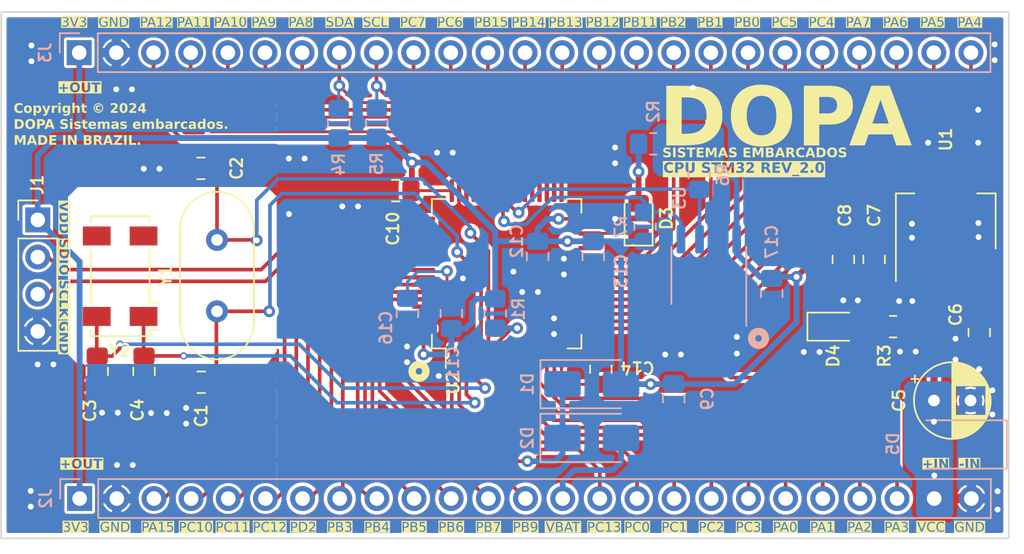
<source format=kicad_pcb>
(kicad_pcb (version 20221018) (generator pcbnew)
  (layers (0 "F.Cu" jumper) (31 "B.Cu" signal) (34 "B.Paste" user) (35 "F.Paste" user) (36 "B.SilkS" user "B.Silkscreen") (37 "F.SilkS" user "F.Silkscreen") (38 "B.Mask" user) (39 "F.Mask" user) (44 "Edge.Cuts" user))
  (net 0 "")
  (net 1 "GND")
  (net 2 "OSC1")
  (net 3 "OSC2")
  (net 4 "RTC1")
  (net 5 "RTC2")
  (net 6 "VCC")
  (net 7 "VDD")
  (net 8 "/Mcu/NRST")
  (net 9 "Net-(U2-PB8)")
  (net 10 "VDDBAT")
  (net 11 "VBT1")
  (net 12 "/Mcu/LED_ON")
  (net 13 "Net-(D3-A)")
  (net 14 "Net-(D4-A)")
  (net 15 "/Mcu/SWDIO")
  (net 16 "/Mcu/SWCLK")
  (net 17 "/Mcu/PA15")
  (net 18 "/Mcu/PC10")
  (net 19 "/Mcu/PC11")
  (net 20 "/Mcu/PC12")
  (net 21 "/Mcu/PD2")
  (net 22 "/Mcu/PB3")
  (net 23 "/Mcu/PB4")
  (net 24 "/Mcu/PB5")
  (net 25 "/Mcu/PB6")
  (net 26 "/Mcu/PB7")
  (net 27 "/Mcu/PB9")
  (net 28 "/Mcu/PC13")
  (net 29 "/Mcu/PC0")
  (net 30 "/Mcu/PC1")
  (net 31 "/Mcu/PC2")
  (net 32 "/Mcu/PC3")
  (net 33 "/Mcu/PA0")
  (net 34 "/Mcu/PA1")
  (net 35 "/Mcu/PA2")
  (net 36 "/Mcu/PA3")
  (net 37 "/Mcu/PA12")
  (net 38 "/Mcu/PA11")
  (net 39 "/Mcu/PA10")
  (net 40 "/Mcu/PA9")
  (net 41 "/Mcu/PA8")
  (net 42 "SDA")
  (net 43 "SCL")
  (net 44 "/Mcu/PC7")
  (net 45 "/Mcu/PC6")
  (net 46 "/Mcu/PB15")
  (net 47 "/Mcu/PB14")
  (net 48 "/Mcu/PB13")
  (net 49 "/Mcu/PB12")
  (net 50 "/Mcu/PB11")
  (net 51 "/Mcu/PB2")
  (net 52 "/Mcu/PB1")
  (net 53 "/Mcu/PB0")
  (net 54 "/Mcu/PC5")
  (net 55 "/Mcu/PC4")
  (net 56 "/Mcu/PA7")
  (net 57 "/Mcu/PA6")
  (net 58 "/Mcu/PA5")
  (net 59 "/Mcu/PA4")
  (footprint "Capacitor_SMD:C_0805_2012Metric_Pad1.18x1.45mm_HandSolder" (layer "F.Cu") (at 171.58 103.32 90)
    (fp_text reference "C8")
    (fp_text value "100nF")
  )
  (footprint "Capacitor_SMD:C_0805_2012Metric_Pad1.18x1.45mm_HandSolder" (layer "F.Cu") (at 127.6625 97.1)
    (fp_text reference "C2")
    (fp_text value "12pF")
  )
  (footprint "Capacitor_SMD:C_0805_2012Metric_Pad1.18x1.45mm_HandSolder" (layer "F.Cu") (at 140.98 98.62)
    (fp_text reference "C10")
    (fp_text value "100nF")
  )
  (footprint "Capacitor_THT:CP_Radial_D5.0mm_P2.50mm" (layer "F.Cu") (at 177.774888 112.97)
    (fp_text reference "C5")
    (fp_text value "220x16")
  )
  (footprint "Autoban:Crystal_SMD_Abracon_ABS25 Vertical" (layer "F.Cu") (at 122.14 104.47 180)
    (fp_text reference "Y2")
    (fp_text value "CRYSTAL ABS25")
  )
  (footprint "LED_SMD:LED_0805_2012Metric_Pad1.15x1.40mm_HandSolder" (layer "F.Cu") (at 157.58 100.52 90)
    (fp_text reference "D3")
    (fp_text value "LED")
  )
  (footprint "LED_SMD:LED_0805_2012Metric_Pad1.15x1.40mm_HandSolder" (layer "F.Cu") (at 170.98 107.92)
    (fp_text reference "D4")
    (fp_text value "LED")
  )
  (footprint "Crystal:Crystal_HC49-4H_Vertical" (layer "F.Cu") (at 128.76 106.87 90)
    (fp_text reference "Y1")
    (fp_text value "25Mhz")
  )
  (footprint "Capacitor_SMD:C_0805_2012Metric_Pad1.18x1.45mm_HandSolder" (layer "F.Cu") (at 123.77 110.97 90)
    (fp_text reference "C3")
    (fp_text value "4.3pF")
  )
  (footprint "Capacitor_SMD:C_0805_2012Metric_Pad1.18x1.45mm_HandSolder" (layer "F.Cu") (at 155 110.825 -90)
    (fp_text reference "C14")
    (fp_text value "100nF")
  )
  (footprint "Capacitor_SMD:C_0805_2012Metric_Pad1.18x1.45mm_HandSolder" (layer "F.Cu") (at 120.57 110.97 90)
    (fp_text reference "C4")
    (fp_text value "4.3pF")
  )
  (footprint "Capacitor_SMD:C_0805_2012Metric_Pad1.18x1.45mm_HandSolder" (layer "F.Cu") (at 173.68 103.32 90)
    (fp_text reference "C7")
    (fp_text value "10uF")
  )
  (footprint "Capacitor_SMD:C_0805_2012Metric_Pad1.18x1.45mm_HandSolder" (layer "F.Cu") (at 180.87 108.32 90)
    (fp_text reference "C6")
    (fp_text value "100nF")
  )
  (footprint "Package_TO_SOT_SMD:SOT-223-3_TabPin2" (layer "F.Cu") (at 178.58 100.72 90)
    (fp_text reference "U1")
    (fp_text value "LM1117MP-3.3")
  )
  (footprint "Connector_PinHeader_2.54mm:PinHeader_1x04_P2.54mm_Vertical" (layer "F.Cu") (at 116.505 100.62)
    (fp_text reference "J1")
    (fp_text value "GRAV")
  )
  (footprint "Resistor_SMD:R_0805_2012Metric_Pad1.20x1.40mm_HandSolder" (layer "F.Cu") (at 174.98 107.92 180)
    (fp_text reference "R3")
    (fp_text value "470R")
  )
  (footprint "Package_QFP:LQFP-64_10x10mm_P0.5mm" (layer "F.Cu") (at 148.56 104.3 90)
    (fp_text reference "U2")
    (fp_text value "STM32G431RBTx")
  )
  (footprint "Capacitor_SMD:C_0805_2012Metric_Pad1.18x1.45mm_HandSolder" (layer "F.Cu") (at 127.68 111.72)
    (fp_text reference "C1")
    (fp_text value "12pF")
  )
  (footprint "Capacitor_SMD:C_0805_2012Metric_Pad1.18x1.45mm_HandSolder" (layer "B.Cu") (at 144.78 107.02 -90)
    (fp_text reference "C11")
    (fp_text value "100nF")
  )
  (footprint "Diode_SMD:D_SMA" (layer "B.Cu") (at 154.38 111.85)
    (fp_text reference "D1")
    (fp_text value "US1M")
  )
  (footprint "Package_SO:SOIC-8_3.9x4.9mm_P1.27mm" (layer "B.Cu") (at 162.38 104.42 90)
    (fp_text reference "U3")
    (fp_text value "24LC64")
  )
  (footprint "Resistor_SMD:R_0805_2012Metric_Pad1.20x1.40mm_HandSolder" (layer "B.Cu") (at 137.08 94.02 -90)
    (fp_text reference "R4")
    (fp_text value "4k7")
  )
  (footprint "Capacitor_SMD:C_0805_2012Metric_Pad1.18x1.45mm_HandSolder" (layer "B.Cu") (at 150.68 103.12 90)
    (fp_text reference "C12")
    (fp_text value "100nF")
  )
  (footprint "Connector_PinHeader_2.54mm:PinHeader_1x25_P2.54mm_Vertical" (layer "B.Cu") (at 119.37 119.67 -90)
    (fp_text reference "J2")
    (fp_text value "LADO ESQ")
  )
  (footprint "Diode_SMD:D_SMA" (layer "B.Cu") (at 154.375 115.525)
    (fp_text reference "D2")
    (fp_text value "US1M")
  )
  (footprint "Capacitor_SMD:C_0805_2012Metric_Pad1.18x1.45mm_HandSolder" (layer "B.Cu") (at 159.98 112.85 90)
    (fp_text reference "C9")
    (fp_text value "10uF")
  )
  (footprint "Connector_PinHeader_2.54mm:PinHeader_1x25_P2.54mm_Vertical" (layer "B.Cu") (at 119.34 89.19 -90)
    (fp_text reference "J3")
    (fp_text value "LADO DIR")
  )
  (footprint "Capacitor_SMD:C_0805_2012Metric_Pad1.18x1.45mm_HandSolder" (layer "B.Cu") (at 166.68 105.6575 90)
    (fp_text reference "C17")
    (fp_text value "100nF")
  )
  (footprint "Resistor_SMD:R_0805_2012Metric_Pad1.20x1.40mm_HandSolder" (layer "B.Cu") (at 158.02 101.095 -90)
    (fp_text reference "R7")
    (fp_text value "4k7")
  )
  (footprint "Capacitor_SMD:C_0805_2012Metric_Pad1.18x1.45mm_HandSolder" (layer "B.Cu") (at 141.78 107.02 90)
    (fp_text reference "C16")
    (fp_text value "100nF")
  )
  (footprint "Diode_SMD:D_SMA" (layer "B.Cu") (at 179.24 115.97 180)
    (fp_text reference "D5")
    (fp_text value "SMAJ6.5CA")
  )
  (footprint "Resistor_SMD:R_0805_2012Metric_Pad1.20x1.40mm_HandSolder" (layer "B.Cu") (at 139.68 93.98 -90)
    (fp_text reference "R5")
    (fp_text value "4k7")
  )
  (footprint "Resistor_SMD:R_0805_2012Metric_Pad1.20x1.40mm_HandSolder" (layer "B.Cu") (at 161.72 97.545 90)
    (fp_text reference "R6")
    (fp_text value "4k7")
  )
  (footprint "Capacitor_SMD:C_0805_2012Metric_Pad1.18x1.45mm_HandSolder" (layer "B.Cu") (at 154.48 103.12 90)
    (fp_text reference "C13")
    (fp_text value "100nF")
  )
  (footprint "Resistor_SMD:R_0805_2012Metric_Pad1.20x1.40mm_HandSolder" (layer "B.Cu") (at 158.58 95.42 180)
    (fp_text reference "R2")
    (fp_text value "470R")
  )
  (footprint "Resistor_SMD:R_0805_2012Metric_Pad1.20x1.40mm_HandSolder" (layer "B.Cu") (at 147.78 107.02 90)
    (fp_text reference "R1")
    (fp_text value "10k")
  )
  (gr_circle (center 165.78 108.72) (end 165.68 108.52) (stroke (width 0.5)) (fill none) (layer "B.SilkS"))
  (gr_circle (center 142.57 110.97) (end 142.793607 110.97) (stroke (width 0.5)) (fill none) (layer "F.SilkS"))
  (gr_line (start 182.88 86.4) (end 182.88 122.39) (stroke (width 0.1)) (layer "Edge.Cuts"))
  (gr_line (start 114.01 86.41) (end 182.88 86.4) (stroke (width 0.1)) (layer "Edge.Cuts"))
  (gr_line (start 182.88 122.39) (end 114 122.39) (stroke (width 0.1)) (layer "Edge.Cuts"))
  (gr_line (start 114 122.39) (end 114.01 86.41) (stroke (width 0.1)) (layer "Edge.Cuts"))
  (gr_text " PA12\n" (at 123.19 87.52) (layer "F.SilkS" knockout) (effects (font (size 0.65 0.65)) (justify left bottom)))
  (gr_text "3V3" (at 118.11 87.52) (layer "F.SilkS" knockout) (effects (font (size 0.65 0.65)) (justify left bottom)))
  (gr_text "VBAT" (at 151.225 122.045) (layer "F.SilkS" knockout) (effects (font (size 0.65 0.65)) (justify left bottom)))
  (gr_text " PB6" (at 143.595 122.045) (layer "F.SilkS" knockout) (effects (font (size 0.65 0.65)) (justify left bottom)))
  (gr_text "DOPA" (at 158.96 96.21) (layer "F.SilkS") (effects (font (size 4 4) (thickness 0.15) bold) (justify left bottom)))
  (gr_text " PC13" (at 153.765 122.045) (layer "F.SilkS" knockout) (effects (font (size 0.65 0.65)) (justify left bottom)))
  (gr_text " PA1" (at 169.005 122.045) (layer "F.SilkS" knockout) (effects (font (size 0.65 0.65)) (justify left bottom)))
  (gr_text " PB15" (at 146.05 87.52) (layer "F.SilkS" knockout) (effects (font (size 0.65 0.65)) (justify left bottom)))
  (gr_text "SDIO" (at 117.88 101.9 270) (layer "F.SilkS" knockout) (effects (font (size 0.65 0.65) (thickness 0.15) bold) (justify left bottom)))
  (gr_text "+OUT" (at 118.025 117.725) (layer "F.SilkS" knockout) (effects (font (size 0.65 0.65) (thickness 0.15) bold) (justify left bottom)))
  (gr_text " PA2\n" (at 171.545 122.045) (layer "F.SilkS" knockout) (effects (font (size 0.65 0.65)) (justify left bottom)))
  (gr_text " PC0" (at 156.305 122.045) (layer "F.SilkS" knockout) (effects (font (size 0.65 0.65)) (justify left bottom)))
  (gr_text " PA5" (at 176.53 87.52) (layer "F.SilkS" knockout) (effects (font (size 0.65 0.65)) (justify left bottom)))
  (gr_text " PA0" (at 166.465 122.045) (layer "F.SilkS" knockout) (effects (font (size 0.65 0.65)) (justify left bottom)))
  (gr_text "VCC" (at 176.625 122.045) (layer "F.SilkS" knockout) (effects (font (size 0.65 0.65)) (justify left bottom)))
  (gr_text " PD2" (at 133.445 122.045) (layer "F.SilkS" knockout) (effects (font (size 0.65 0.65)) (justify left bottom)))
  (gr_text " PA8" (at 133.35 87.52) (layer "F.SilkS" knockout) (effects (font (size 0.65 0.65)) (justify left bottom)))
  (gr_text "VDD" (at 117.88 99.37 270) (layer "F.SilkS" knockout) (effects (font (size 0.65 0.65) (thickness 0.15) bold) (justify left bottom)))
  (gr_text " PA7" (at 171.45 87.52) (layer "F.SilkS" knockout) (effects (font (size 0.65 0.65)) (justify left bottom)))
  (gr_text " PA15\n" (at 123.285 122.045) (layer "F.SilkS" knockout) (effects (font (size 0.65 0.65)) (justify left bottom)))
  (gr_text " PB1" (at 161.29 87.52) (layer "F.SilkS" knockout) (effects (font (size 0.65 0.65)) (justify left bottom)))
  (gr_text " PC5" (at 166.37 87.52) (layer "F.SilkS" knockout) (effects (font (size 0.65 0.65)) (justify left bottom)))
  (gr_text " PA3\n" (at 174.085 122.045) (layer "F.SilkS" knockout) (effects (font (size 0.65 0.65)) (justify left bottom)))
  (gr_text "SCLK" (at 117.88 104.72 270) (layer "F.SilkS" knockout) (effects (font (size 0.65 0.65) (thickness 0.15) bold) (justify left bottom)))
  (gr_text " PA4" (at 179.07 87.52) (layer "F.SilkS" knockout) (effects (font (size 0.65 0.65)) (justify left bottom)))
  (gr_text " PB9" (at 148.685 122.045) (layer "F.SilkS" knockout) (effects (font (size 0.65 0.65)) (justify left bottom)))
  (gr_text " PB12" (at 153.67 87.52) (layer "F.SilkS" knockout) (effects (font (size 0.65 0.65)) (justify left bottom)))
  (gr_text " PC2" (at 161.385 122.045) (layer "F.SilkS" knockout) (effects (font (size 0.65 0.65)) (justify left bottom)))
  (gr_text " PB7" (at 146.145 122.045) (layer "F.SilkS" knockout) (effects (font (size 0.65 0.65)) (justify left bottom)))
  (gr_text " PA6" (at 173.99 87.52) (layer "F.SilkS" knockout) (effects (font (size 0.65 0.65)) (justify left bottom)))
  (gr_text "SISTEMAS EMBARCADOS" (at 159.2 96.45) (layer "F.SilkS") (effects (font (size 0.65 0.65) (thickness 0.125) bold) (justify left bottom)))
  (gr_text "-IN" (at 179.47 117.73) (layer "F.SilkS" knockout) (effects (font (size 0.65 0.65) (thickness 0.15) bold) (justify left bottom)))
  (gr_text " PB4" (at 138.525 122.045) (layer "F.SilkS" knockout) (effects (font (size 0.65 0.65)) (justify left bottom)))
  (gr_text "GND" (at 120.745 122.045) (layer "F.SilkS" knockout) (effects (font (size 0.65 0.65)) (justify left bottom)))
  (gr_text " PC6" (at 143.51 87.52) (layer "F.SilkS" knockout) (effects (font (size 0.65 0.65)) (justify left bottom)))
  (gr_text "GND" (at 117.88 107.52 270) (layer "F.SilkS" knockout) (effects (font (size 0.65 0.65) (thickness 0.15) bold) (justify left bottom)))
  (gr_text " PC1" (at 158.845 122.045) (layer "F.SilkS" knockout) (effects (font (size 0.65 0.65)) (justify left bottom)))
  (gr_text " SDA" (at 135.89 87.52) (layer "F.SilkS" knockout) (effects (font (size 0.65 0.65)) (justify left bottom)))
  (gr_text " PB2" (at 158.75 87.52) (layer "F.SilkS" knockout) (effects (font (size 0.65 0.65)) (justify left bottom)))
  (gr_text " SCL" (at 138.43 87.52) (layer "F.SilkS" knockout) (effects (font (size 0.65 0.65)) (justify left bottom)))
  (gr_text " PC7" (at 140.97 87.52) (layer "F.SilkS" knockout) (effects (font (size 0.65 0.65)) (justify left bottom)))
  (gr_text " PB0" (at 163.83 87.52) (layer "F.SilkS" knockout) (effects (font (size 0.65 0.65)) (justify left bottom)))
  (gr_text "GND" (at 179.165 122.045) (layer "F.SilkS" knockout) (effects (font (size 0.65 0.65)) (justify left bottom)))
  (gr_text " PB14" (at 148.59 87.52) (layer "F.SilkS" knockout) (effects (font (size 0.65 0.65)) (justify left bottom)))
  (gr_text " PC12" (at 130.905 122.045) (layer "F.SilkS" knockout) (effects (font (size 0.65 0.65)) (justify left bottom)))
  (gr_text "CPU STM32 REV_2.0\n" (at 159.27 97.52) (layer "F.SilkS" knockout) (effects (font (size 0.7 0.7) (thickness 0.15) bold) (justify left bottom)))
  (gr_text " PB5" (at 141.065 122.045) (layer "F.SilkS" knockout) (effects (font (size 0.65 0.65)) (justify left bottom)))
  (gr_text " PB13" (at 151.13 87.52) (layer "F.SilkS" knockout) (effects (font (size 0.65 0.65)) (justify left bottom)))
  (gr_text " PC4" (at 168.91 87.52) (layer "F.SilkS" knockout) (effects (font (size 0.65 0.65)) (justify left bottom)))
  (gr_text " PC11" (at 128.365 122.045) (layer "F.SilkS" knockout) (effects (font (size 0.65 0.65)) (justify left bottom)))
  (gr_text " PB11" (at 156.21 87.52) (layer "F.SilkS" knockout) (effects (font (size 0.65 0.65)) (justify left bottom)))
  (gr_text "GND" (at 120.65 87.52) (layer "F.SilkS" knockout) (effects (font (size 0.65 0.65)) (justify left bottom)))
  (gr_text "+OUT" (at 117.9 92) (layer "F.SilkS" knockout) (effects (font (size 0.65 0.65) (thickness 0.15) bold) (justify left bottom)))
  (gr_text "3V3\n" (at 118.205 122.045) (layer "F.SilkS" knockout) (effects (font (size 0.65 0.65)) (justify left bottom)))
  (gr_text "+IN" (at 176.96 117.73) (layer "F.SilkS" knockout) (effects (font (size 0.65 0.65) (thickness 0.15) bold) (justify left bottom)))
  (gr_text " PA9" (at 130.81 87.52) (layer "F.SilkS" knockout) (effects (font (size 0.65 0.65)) (justify left bottom)))
  (gr_text " PA10\n" (at 128.25 87.52) (layer "F.SilkS" knockout) (effects (font (size 0.65 0.65)) (justify left bottom)))
  (gr_text " PC3" (at 163.925 122.045) (layer "F.SilkS" knockout) (effects (font (size 0.65 0.65)) (justify left bottom)))
  (gr_text " PC10\n" (at 125.845 122.045) (layer "F.SilkS" knockout) (effects (font (size 0.65 0.65)) (justify left bottom)))
  (gr_text " PA11	" (at 125.73 87.52) (layer "F.SilkS" knockout) (effects (font (size 0.65 0.65)) (justify left bottom)))
  (gr_text "Copyright © 2024\nDOPA Sistemas embarcados.\nMADE IN BRAZIL. " (at 114.85 95.6) (layer "F.SilkS") (effects (font (size 0.65 0.65) (thickness 0.15) bold) (justify left bottom)))
  (gr_text " PB3" (at 135.985 122.045) (layer "F.SilkS" knockout) (effects (font (size 0.65 0.65)) (justify left bottom)))
  (via (at 176.27 101.845) (size 0.8) (drill 0.4) (layers "F.Cu" "B.Cu") (net 1))
  (via (at 175.395 106.17) (size 0.8) (drill 0.4) (layers "F.Cu" "B.Cu") (net 1))
  (via (at 155.975 96.75) (size 0.8) (drill 0.4) (layers "F.Cu" "B.Cu") (net 1))
  (via (at 155.975 95.675) (size 0.8) (drill 0.4) (layers "F.Cu" "B.Cu") (net 1))
  (via (at 180.82 101.795) (size 0.8) (drill 0.4) (layers "F.Cu" "B.Cu") (net 1))
  (via (at 168.875 109.65) (size 0.8) (drill 0.4) (layers "F.Cu" "B.Cu") (net 1))
  (via (at 182.12 119.17) (size 0.8) (drill 0.4) (layers "F.Cu" "B.Cu") (net 1))
  (via (at 150.7 105.55) (size 0.8) (drill 0.4) (layers "F.Cu" "B.Cu") (net 1))
  (via (at 141.75 110.35) (size 0.8) (drill 0.4) (layers "F.Cu" "B.Cu") (net 1))
  (via (at 182.12 120.42) (size 0.8) (drill 0.4) (layers "F.Cu" "B.Cu") (net 1))
  (via (at 161.295 91.595) (size 0.8) (drill 0.4) (layers "F.Cu" "B.Cu") (net 1))
  (via (at 176.295 106.17) (size 0.8) (drill 0.4) (layers "F.Cu" "B.Cu") (net 1))
  (via (at 159.4 109.825) (size 0.8) (drill 0.4) (layers "F.Cu" "B.Cu") (net 1))
  (via (at 125.325 113.825) (size 0.8) (drill 0.4) (layers "F.Cu" "B.Cu") (net 1))
  (via (at 151.8 107.35) (size 0.8) (drill 0.4) (layers "F.Cu" "B.Cu") (net 1))
  (via (at 181.925 88.625) (size 0.8) (drill 0.4) (layers "F.Cu" "B.Cu") (net 1))
  (via (at 152.475 103.275) (size 0.8) (drill 0.4) (layers "F.Cu" "B.Cu") (net 1))
  (via (at 171.57 106.12) (size 0.8) (drill 0.4) (layers "F.Cu" "B.Cu") (net 1))
  (via (at 141.75 109.275) (size 0.8) (drill 0.4) (layers "F.Cu" "B.Cu") (net 1))
  (via (at 144.875 96.025) (size 0.8) (drill 0.4) (layers "F.Cu" "B.Cu") (net 1))
  (via (at 164.295 108.62) (size 0.8) (drill 0.4) (layers "F.Cu" "B.Cu") (net 1))
  (via (at 145.57 104.62) (size 0.8) (drill 0.4) (layers "F.Cu" "B.Cu") (net 1))
  (via (at 137.325 99.7) (size 0.8) (drill 0.4) (layers "F.Cu" "B.Cu") (net 1))
  (via (at 181.77 112.27) (size 0.8) (drill 0.4) (layers "F.Cu" "B.Cu") (net 1))
  (via (at 172.57 106.12) (size 0.8) (drill 0.4) (layers "F.Cu" "B.Cu") (net 1))
  (via (at 149.625 105.55) (size 0.8) (drill 0.4) (layers "F.Cu" "B.Cu") (net 1))
  (via (at 179.245 110.17) (size 0.8) (drill 0.4) (layers "F.Cu" "B.Cu") (net 1))
  (via (at 176.525 109.625) (size 0.8) (drill 0.4) (layers "F.Cu" "B.Cu") (net 1))
  (via (at 180.795 93.095) (size 0.8) (drill 0.4) (layers "F.Cu" "B.Cu") (net 1))
  (via (at 126.65 114.55) (size 0.8) (drill 0.4) (layers "F.Cu" "B.Cu") (net 1))
  (via (at 116.025 119.15) (size 0.8) (drill 0.4) (layers "F.Cu" "B.Cu") (net 1))
  (via (at 116.025 120.225) (size 0.8) (drill 0.4) (layers "F.Cu" "B.Cu") (net 1))
  (via (at 133.68 100.22) (size 0.8) (drill 0.4) (layers "F.Cu" "B.Cu") (net 1))
  (via (at 116.075 89.775) (size 0.8) (drill 0.4) (layers "F.Cu" "B.Cu") (net 1))
  (via (at 133.675 96.425) (size 0.8) (drill 0.4) (layers "F.Cu" "B.Cu") (net 1))
  (via (at 175.45 109.625) (size 0.8) (drill 0.4) (layers "F.Cu" "B.Cu") (net 1))
  (via (at 143.8 96.025) (size 0.8) (drill 0.4) (layers "F.Cu" "B.Cu") (net 1))
  (via (at 160.475 109.825) (size 0.8) (drill 0.4) (layers "F.Cu" "B.Cu") (net 1))
  (via (at 149.02 104.16) (size 0.8) (drill 0.4) (layers "F.Cu" "B.Cu") (net 1))
  (via (at 151.8 108.425) (size 0.8) (drill 0.4) (layers "F.Cu" "B.Cu") (net 1))
  (via (at 179.245 108.745) (size 0.8) (drill 0.4) (layers "F.Cu" "B.Cu") (net 1))
  (via (at 169.95 109.65) (size 0.8) (drill 0.4) (layers "F.Cu" "B.Cu") (net 1))
  (via (at 143.92 111.295) (size 0.8) (drill 0.4) (layers "F.Cu" "B.Cu") (net 1))
  (via (at 126.65 113.475) (size 0.8) (drill 0.4) (layers "F.Cu" "B.Cu") (net 1))
  (via (at 121.975 113.8) (size 0.8) (drill 0.4) (layers "F.Cu" "B.Cu") (net 1))
  (via (at 138.4 99.7) (size 0.8) (drill 0.4) (layers "F.Cu" "B.Cu") (net 1))
  (via (at 116.075 88.7) (size 0.8) (drill 0.4) (layers "F.Cu" "B.Cu") (net 1))
  (via (at 116.5 110.5) (size 0.8) (drill 0.4) (layers "F.Cu" "B.Cu") (net 1))
  (via (at 180.87 110.82) (size 0.8) (drill 0.4) (layers "F.Cu" "B.Cu") (net 1))
  (via (at 155.97 100.545) (size 0.8) (drill 0.4) (layers "F.Cu" "B.Cu") (net 1))
  (via (at 120.9 113.8) (size 0.8) (drill 0.4) (layers "F.Cu" "B.Cu") (net 1))
  (via (at 121.87 91.695) (size 0.8) (drill 0.4) (layers "F.Cu" "B.Cu") (net 1))
  (via (at 124.825 97.125) (size 0.8) (drill 0.4) (layers "F.Cu" "B.Cu") (net 1))
  (via (at 122.945 91.695) (size 0.8) (drill 0.4) (layers "F.Cu" "B.Cu") (net 1))
  (via (at 176.27 100.89) (size 0.8) (drill 0.4) (layers "F.Cu" "B.Cu") (net 1))
  (via (at 123 117.375) (size 0.8) (drill 0.4) (layers "F.Cu" "B.Cu") (net 1))
  (via (at 117.575 110.5) (size 0.8) (drill 0.4) (layers "F.Cu" "B.Cu") (net 1))
  (via (at 123.75 97.125) (size 0.8) (drill 0.4) (layers "F.Cu" "B.Cu") (net 1))
  (via (at 181.925 89.7) (size 0.8) (drill 0.4) (layers "F.Cu" "B.Cu") (net 1))
  (via (at 152.475 104.35) (size 0.8) (drill 0.4) (layers "F.Cu" "B.Cu") (net 1))
  (via (at 180.81 100.84) (size 0.8) (drill 0.4) (layers "F.Cu" "B.Cu") (net 1))
  (via (at 177.37 95.345) (size 0.8) (drill 0.4) (layers "F.Cu" "B.Cu") (net 1))
  (via (at 181.77 113.92) (size 0.8) (drill 0.4) (layers "F.Cu" "B.Cu") (net 1))
  (via (at 164.3 109.76) (size 0.8) (drill 0.4) (layers "F.Cu" "B.Cu") (net 1))
  (via (at 124.25 113.825) (size 0.8) (drill 0.4) (layers "F.Cu" "B.Cu") (net 1))
  (via (at 180.795 95.345) (size 0.8) (drill 0.4) (layers "F.Cu" "B.Cu") (net 1))
  (via (at 134.75 96.425) (size 0.8) (drill 0.4) (layers "F.Cu" "B.Cu") (net 1))
  (via (at 121.925 117.375) (size 0.8) (drill 0.4) (layers "F.Cu" "B.Cu") (net 1))
  (segment (start 132.33 106.87) (end 128.76 106.87) (width 0.25) (layer "F.Cu") (net 2))
  (segment (start 128.7175 111.72) (end 128.7175 106.9125) (width 0.25) (layer "F.Cu") (net 2))
  (segment (start 145.18 102.82) (end 146.81 104.45) (width 0.25) (layer "F.Cu") (net 2))
  (segment (start 146.81 104.45) (end 146.81 109.975) (width 0.25) (layer "F.Cu") (net 2))
  (segment (start 128.7175 106.9125) (end 128.76 106.87) (width 0.2) (layer "F.Cu") (net 2))
  (via (at 132.33 106.87) (size 0.8) (drill 0.4) (layers "F.Cu" "B.Cu") (net 2))
  (via (at 145.18 102.82) (size 0.8) (drill 0.4) (layers "F.Cu" "B.Cu") (net 2))
  (segment (start 145.18 101.72) (end 142.28 98.82) (width 0.25) (layer "B.Cu") (net 2))
  (segment (start 145.18 102.82) (end 145.18 101.72) (width 0.25) (layer "B.Cu") (net 2))
  (segment (start 142.28 98.82) (end 133.18 98.82) (width 0.25) (layer "B.Cu") (net 2))
  (segment (start 132.38 99.62) (end 132.38 106.82) (width 0.25) (layer "B.Cu") (net 2))
  (segment (start 133.18 98.82) (end 132.38 99.62) (width 0.25) (layer "B.Cu") (net 2))
  (segment (start 132.38 106.82) (end 132.33 106.87) (width 0.25) (layer "B.Cu") (net 2))
  (segment (start 128.76 101.99) (end 128.76 97.1625) (width 0.25) (layer "F.Cu") (net 3))
  (segment (start 131.48 102.02) (end 131.45 101.99) (width 0.25) (layer "F.Cu") (net 3))
  (segment (start 146.08 101.52) (end 147.31 102.75) (width 0.25) (layer "F.Cu") (net 3))
  (segment (start 128.76 97.1625) (end 128.7175 97.12) (width 0.2) (layer "F.Cu") (net 3))
  (segment (start 147.31 102.75) (end 147.31 109.975) (width 0.25) (layer "F.Cu") (net 3))
  (segment (start 131.45 101.99) (end 128.76 101.99) (width 0.25) (layer "F.Cu") (net 3))
  (via (at 146.08 101.52) (size 0.8) (drill 0.4) (layers "F.Cu" "B.Cu") (net 3))
  (via (at 131.48 102.02) (size 0.8) (drill 0.4) (layers "F.Cu" "B.Cu") (net 3))
  (segment (start 131.48 99.27) (end 131.48 102.02) (width 0.25) (layer "B.Cu") (net 3))
  (segment (start 146.08 101.12) (end 142.78 97.82) (width 0.25) (layer "B.Cu") (net 3))
  (segment (start 146.08 101.52) (end 146.08 101.12) (width 0.25) (layer "B.Cu") (net 3))
  (segment (start 142.78 97.82) (end 132.93 97.82) (width 0.25) (layer "B.Cu") (net 3))
  (segment (start 132.93 97.82) (end 131.48 99.27) (width 0.25) (layer "B.Cu") (net 3))
  (segment (start 126.48 109.92) (end 123.7825 109.92) (width 0.25) (layer "F.Cu") (net 4))
  (segment (start 146.38 113.12) (end 145.81 112.55) (width 0.25) (layer "F.Cu") (net 4))
  (segment (start 123.79 107.17) (end 123.74 107.22) (width 0.25) (layer "F.Cu") (net 4))
  (segment (start 123.74 109.9025) (end 123.77 109.9325) (width 0.25) (layer "F.Cu") (net 4))
  (segment (start 123.7825 109.92) (end 123.77 109.9325) (width 0.25) (layer "F.Cu") (net 4))
  (segment (start 145.81 112.55) (end 145.81 109.975) (width 0.25) (layer "F.Cu") (net 4))
  (segment (start 123.74 109.8025) (end 123.77 109.8325) (width 0.25) (layer "F.Cu") (net 4))
  (segment (start 123.74 107.22) (end 123.74 109.9025) (width 0.25) (layer "F.Cu") (net 4))
  (via (at 146.38 113.12) (size 0.8) (drill 0.4) (layers "F.Cu" "B.Cu") (net 4))
  (via (at 126.48 109.92) (size 0.5) (drill 0.3) (layers "F.Cu" "B.Cu") (net 4))
  (segment (start 136.98 113.12) (end 146.38 113.12) (width 0.25) (layer "B.Cu") (net 4))
  (segment (start 126.48 109.92) (end 133.78 109.92) (width 0.25) (layer "B.Cu") (net 4))
  (segment (start 133.78 109.92) (end 136.98 113.12) (width 0.25) (layer "B.Cu") (net 4))
  (segment (start 120.54 107.22) (end 120.54 109.9025) (width 0.25) (layer "F.Cu") (net 5))
  (segment (start 120.54 109.9025) (end 120.57 109.9325) (width 0.25) (layer "F.Cu") (net 5))
  (segment (start 122.12 109.405) (end 122.12 109.12) (width 0.25) (layer "F.Cu") (net 5))
  (segment (start 121.5925 109.9325) (end 122.12 109.405) (width 0.25) (layer "F.Cu") (net 5))
  (segment (start 147.08 112.12) (end 146.31 111.35) (width 0.25) (layer "F.Cu") (net 5))
  (segment (start 120.54 109.8025) (end 120.57 109.8325) (width 0.25) (layer "F.Cu") (net 5))
  (segment (start 120.57 109.9325) (end 121.5925 109.9325) (width 0.25) (layer "F.Cu") (net 5))
  (segment (start 146.31 111.35) (end 146.31 109.975) (width 0.25) (layer "F.Cu") (net 5))
  (via (at 147.08 112.12) (size 0.8) (drill 0.4) (layers "F.Cu" "B.Cu") (net 5))
  (via (at 122.12 109.12) (size 0.5) (drill 0.3) (layers "F.Cu" "B.Cu") (net 5))
  (segment (start 134.38 109.12) (end 122.12 109.12) (width 0.25) (layer "B.Cu") (net 5))
  (segment (start 137.38 112.12) (end 134.38 109.12) (width 0.25) (layer "B.Cu") (net 5))
  (segment (start 147.08 112.12) (end 137.38 112.12) (width 0.25) (layer "B.Cu") (net 5))
  (segment (start 177.774888 118.115112) (end 177.774888 119.654888) (width 0.4) (layer "F.Cu") (net 6))
  (segment (start 177.774888 118.074888) (end 177.795 118.095) (width 0.4) (layer "F.Cu") (net 6))
  (segment (start 177.774888 114.415112) (end 177.77 114.42) (width 0.4) (layer "F.Cu") (net 6))
  (segment (start 177.795 118.095) (end 177.774888 118.115112) (width 0.4) (layer "F.Cu") (net 6))
  (segment (start 177.824888 113.34) (end 177.774888 113.29) (width 0.5) (layer "F.Cu") (net 6))
  (segment (start 177.774888 114.424888) (end 177.774888 118.074888) (width 0.4) (layer "F.Cu") (net 6))
  (segment (start 177.774888 113.29) (end 177.774888 108.725112) (width 0.5) (layer "F.Cu") (net 6))
  (segment (start 177.774888 112.97) (end 177.774888 114.415112) (width 0.4) (layer "F.Cu") (net 6))
  (segment (start 179.2175 107.2825) (end 180.87 107.2825) (width 0.5) (layer "F.Cu") (net 6))
  (segment (start 180.87 107.2825) (end 180.88 107.2725) (width 0.5) (layer "F.Cu") (net 6))
  (segment (start 177.77 114.42) (end 177.774888 114.424888) (width 0.4) (layer "F.Cu") (net 6))
  (segment (start 177.774888 119.654888) (end 177.79 119.67) (width 0.4) (layer "F.Cu") (net 6))
  (segment (start 180.88 107.2725) (end 180.88 103.87) (width 0.5) (layer "F.Cu") (net 6))
  (segment (start 177.774888 108.725112) (end 179.2175 107.2825) (width 0.5) (layer "F.Cu") (net 6))
  (via (at 177.77 114.42) (size 0.8) (drill 0.4) (layers "F.Cu" "B.Cu") (net 6))
  (via (at 177.795 118.095) (size 0.8) (drill 0.4) (layers "F.Cu" "B.Cu") (net 6))
  (segment (start 177.79 116.52) (end 177.24 115.97) (width 0.4) (layer "B.Cu") (net 6))
  (segment (start 177.24 115.97) (end 177.774888 115.435112) (width 0.4) (layer "B.Cu") (net 6))
  (segment (start 177.774888 113.29) (end 177.824888 113.34) (width 0.4) (layer "B.Cu") (net 6))
  (segment (start 170.68 102.22) (end 168.38 104.52) (width 0.4) (layer "F.Cu") (net 7))
  (segment (start 152.7175 102.0825) (end 152.75 102.05) (width 0.2) (layer "F.Cu") (net 7))
  (segment (start 155 111.8625) (end 158.4125 111.8625) (width 0.2) (layer "F.Cu") (net 7))
  (segment (start 144.805 98.62) (end 144.81 98.625) (width 0.2) (layer "F.Cu") (net 7))
  (segment (start 178.58 103.87) (end 178.58 97.57) (width 0.5) (layer "F.Cu") (net 7))
  (segment (start 172.38 102.22) (end 173.6425 102.22) (width 0.5) (layer "F.Cu") (net 7))
  (segment (start 173.68 99.82) (end 175.93 97.57) (width 0.5) (layer "F.Cu") (net 7))
  (segment (start 152.31 111.05) (end 153.1225 111.8625) (width 0.2) (layer "F.Cu") (net 7))
  (segment (start 172.38 102.22) (end 170.68 102.22) (width 0.4) (layer "F.Cu") (net 7))
  (segment (start 142.88 108.055) (end 142.885 108.05) (width 0.25) (layer "F.Cu") (net 7))
  (segment (start 173.68 102.1825) (end 173.68 99.82) (width 0.5) (layer "F.Cu") (net 7))
  (segment (start 153.1225 111.8625) (end 155 111.8625) (width 0.2) (layer "F.Cu") (net 7))
  (segment (start 178.58 105.32) (end 175.98 107.92) (width 0.5) (layer "F.Cu") (net 7))
  (segment (start 152.75 102.05) (end 154.235 102.05) (width 0.2) (layer "F.Cu") (net 7))
  (segment (start 142.88 109.82) (end 142.88 108.055) (width 0.25) (layer "F.Cu") (net 7))
  (segment (start 142.08 96.7) (end 142.08 98.5575) (width 0.4) (layer "F.Cu") (net 7))
  (segment (start 175.93 97.57) (end 178.58 97.57) (width 0.5) (layer "F.Cu") (net 7))
  (segment (start 142.0175 98.62) (end 144.805 98.62) (width 0.2) (layer "F.Cu") (net 7))
  (segment (start 152.11 100.55) (end 154.235 100.55) (width 0.25) (layer "F.Cu") (net 7))
  (segment (start 142.08 98.5575) (end 142.0175 98.62) (width 0.4) (layer "F.Cu") (net 7))
  (segment (start 173.6425 102.22) (end 173.68 102.1825) (width 0.5) (layer "F.Cu") (net 7))
  (segment (start 152.31 109.975) (end 152.31 111.05) (width 0.2) (layer "F.Cu") (net 7))
  (segment (start 158.4125 111.8625) (end 158.4 111.85) (width 0.2) (layer "F.Cu") (net 7))
  (segment (start 178.58 103.87) (end 178.58 105.32) (width 0.5) (layer "F.Cu") (net 7))
  (via (at 168.38 104.52) (size 0.8) (drill 0.4) (layers "F.Cu" "B.Cu") (net 7))
  (via (at 152.11 100.55) (size 0.8) (drill 0.4) (layers "F.Cu" "B.Cu") (net 7))
  (via (at 142.08 96.7) (size 0.8) (drill 0.4) (layers "F.Cu" "B.Cu") (net 7))
  (via (at 152.7175 102.0825) (size 0.8) (drill 0.4) (layers "F.Cu" "B.Cu") (net 7))
  (via (at 158.4 111.85) (size 0.8) (drill 0.4) (layers "F.Cu" "B.Cu") (net 7))
  (via (at 142.88 109.82) (size 0.8) (drill 0.4) (layers "F.Cu" "B.Cu") (net 7))
  (segment (start 150.68 101.22) (end 150.68 102.0825) (width 0.4) (layer "B.Cu") (net 7))
  (segment (start 119.34 95.015) (end 119.345 95.02) (width 0.4) (layer "B.Cu") (net 7))
  (segment (start 165.88 104.52) (end 168.38 104.52) (width 0.4) (layer "B.Cu") (net 7))
  (segment (start 147.78 101.42) (end 147.78 102.0825) (width 0.4) (layer "B.Cu") (net 7))
  (segment (start 142.08 96.7) (end 143.06 96.7) (width 0.4) (layer "B.Cu") (net 7))
  (segment (start 162.845 96.545) (end 164.285 97.985) (width 0.4) (layer "B.Cu") (net 7))
  (segment (start 147.78 102.0825) (end 150.68 102.0825) (width 0.4) (layer "B.Cu") (net 7))
  (segment (start 155.6425 102.0825) (end 154.48 102.0825) (width 0.4) (layer "B.Cu") (net 7))
  (segment (start 144.78 109.22) (end 144.18 109.82) (width 0.4) (layer "B.Cu") (net 7))
  (segment (start 117.695 95.02) (end 116.505 96.21) (width 0.4) (layer "B.Cu") (net 7))
  (segment (start 119.37 120.14) (end 119.37 103.485) (width 0.4) (layer "B.Cu") (net 7))
  (segment (start 164.285 101.945) (end 164.285 102.925) (width 0.4) (layer "B.Cu") (net 7))
  (segment (start 119.34 89.19) (end 119.34 95.015) (width 0.4) (layer "B.Cu") (net 7))
  (segment (start 119.37 103.485) (end 116.505 100.62) (width 0.4) (layer "B.Cu") (net 7))
  (segment (start 119.345 95.02) (end 117.695 95.02) (width 0.4) (layer "B.Cu") (net 7))
  (segment (start 164.285 97.985) (end 164.285 101.945) (width 0.4) (layer "B.Cu") (net 7))
  (segment (start 144.78 108.0575) (end 144.78 109.22) (width 0.4) (layer "B.Cu") (net 7))
  (segment (start 168.38 107.62) (end 168.38 104.52) (width 0.4) (layer "B.Cu") (net 7))
  (segment (start 155.6425 102.0825) (end 155.655 102.095) (width 0.4) (layer "B.Cu") (net 7))
  (segment (start 146.48 106.02) (end 147.78 106.02) (width 0.4) (layer "B.Cu") (net 7))
  (segment (start 116.505 96.21) (end 116.505 100.62) (width 0.4) (layer "B.Cu") (net 7))
  (segment (start 143.06 96.7) (end 147.78 101.42) (width 0.4) (layer "B.Cu") (net 7))
  (segment (start 158.4 111.85) (end 164.15 111.85) (width 0.4) (layer "B.Cu") (net 7))
  (segment (start 146.18 106.32) (end 146.48 106.02) (width 0.4) (layer "B.Cu") (net 7))
  (segment (start 156.38 111.85) (end 158.4 111.85) (width 0.4) (layer "B.Cu") (net 7))
  (segment (start 155.6425 102.0825) (end 156.38 102.82) (width 0.4) (layer "B.Cu") (net 7))
  (segment (start 152.7175 102.0825) (end 150.68 102.0825) (width 0.4) (layer "B.Cu") (net 7))
  (segment (start 151.35 100.55) (end 150.68 101.22) (width 0.4) (layer "B.Cu") (net 7))
  (segment (start 164.285 102.925) (end 165.88 104.52) (width 0.4) (layer "B.Cu") (net 7))
  (segment (start 155.655 102.095) (end 158.02 102.095) (width 0.4) (layer "B.Cu") (net 7))
  (segment (start 156.38 102.82) (end 156.38 111.85) (width 0.4) (layer "B.Cu") (net 7))
  (segment (start 147.78 106.02) (end 147.78 102.0825) (width 0.4) (layer "B.Cu") (net 7))
  (segment (start 140.4 95.02) (end 137.08 95.02) (width 0.4) (layer "B.Cu") (net 7))
  (segment (start 144.78 108.0575) (end 145.7425 108.0575) (width 0.4) (layer "B.Cu") (net 7))
  (segment (start 164.15 111.85) (end 168.38 107.62) (width 0.4) (layer "B.Cu") (net 7))
  (segment (start 161.72 96.545) (end 162.845 96.545) (width 0.4) (layer "B.Cu") (net 7))
  (segment (start 152.7175 102.0825) (end 154.48 102.0825) (width 0.4) (layer "B.Cu") (net 7))
  (segment (start 152.11 100.55) (end 151.35 100.55) (width 0.4) (layer "B.Cu") (net 7))
  (segment (start 145.7425 108.0575) (end 146.18 107.62) (width 0.4) (layer "B.Cu") (net 7))
  (segment (start 142.08 96.7) (end 140.4 95.02) (width 0.4) (layer "B.Cu") (net 7))
  (segment (start 146.18 107.62) (end 146.18 106.32) (width 0.4) (layer "B.Cu") (net 7))
  (segment (start 137.08 95.02) (end 119.345 95.02) (width 0.4) (layer "B.Cu") (net 7))
  (segment (start 144.18 109.82) (end 142.88 109.82) (width 0.4) (layer "B.Cu") (net 7))
  (segment (start 147.81 109.132236) (end 148.922236 108.02) (width 0.25) (layer "F.Cu") (net 8))
  (segment (start 147.81 109.975) (end 147.81 109.132236) (width 0.25) (layer "F.Cu") (net 8))
  (segment (start 148.922236 108.02) (end 149.28 108.02) (width 0.25) (layer "F.Cu") (net 8))
  (via (at 149.28 108.02) (size 0.8) (drill 0.4) (layers "F.Cu" "B.Cu") (net 8))
  (segment (start 147.78 108.02) (end 149.28 108.02) (width 0.4) (layer "B.Cu") (net 8))
  (segment (start 144.48 104.12) (end 144.48 105.82) (width 0.2) (layer "F.Cu") (net 9))
  (segment (start 143.75 106.55) (end 142.885 106.55) (width 0.2) (layer "F.Cu") (net 9))
  (segment (start 144.48 105.82) (end 143.75 106.55) (width 0.2) (layer "F.Cu") (net 9))
  (via (at 144.48 104.12) (size 0.8) (drill 0.4) (layers "F.Cu" "B.Cu") (net 9))
  (segment (start 141.78 105.9825) (end 141.78 104.8575) (width 0.2) (layer "B.Cu") (net 9))
  (segment (start 144.48 104.12) (end 144.4425 104.1575) (width 0.2) (layer "B.Cu") (net 9))
  (segment (start 144.4425 104.1575) (end 142.48 104.1575) (width 0.2) (layer "B.Cu") (net 9))
  (segment (start 141.78 104.8575) (end 142.48 104.1575) (width 0.2) (layer "B.Cu") (net 9))
  (segment (start 149.98 117.12) (end 148.18 117.12) (width 0.25) (layer "F.Cu") (net 10))
  (segment (start 144.81 113.75) (end 144.81 109.975) (width 0.25) (layer "F.Cu") (net 10))
  (segment (start 148.18 117.12) (end 144.81 113.75) (width 0.25) (layer "F.Cu") (net 10))
  (via (at 149.98 117.12) (size 0.8) (drill 0.4) (layers "F.Cu" "B.Cu") (net 10))
  (segment (start 152.38 115.32) (end 152.38 116.62) (width 0.4) (layer "B.Cu") (net 10))
  (segment (start 152.38 111.52) (end 152.38 115.32) (width 0.4) (layer "B.Cu") (net 10))
  (segment (start 152.38 116.62) (end 151.88 117.12) (width 0.4) (layer "B.Cu") (net 10))
  (segment (start 152.39 116.03) (end 152.38 116.02) (width 0.2) (layer "B.Cu") (net 10))
  (segment (start 151.88 117.12) (end 149.98 117.12) (width 0.4) (layer "B.Cu") (net 10))
  (segment (start 153.175 117.725) (end 155.825 117.725) (width 0.4) (layer "B.Cu") (net 11))
  (segment (start 152.39 118.51) (end 153.175 117.725) (width 0.4) (layer "B.Cu") (net 11))
  (segment (start 155.825 117.725) (end 156.38 117.17) (width 0.4) (layer "B.Cu") (net 11))
  (segment (start 152.39 120.14) (end 152.39 118.51) (width 0.4) (layer "B.Cu") (net 11))
  (segment (start 156.38 117.17) (end 156.38 115.32) (width 0.4) (layer "B.Cu") (net 11))
  (segment (start 157.58 101.545) (end 154.24 101.545) (width 0.2) (layer "F.Cu") (net 12))
  (segment (start 154.24 101.545) (end 154.235 101.55) (width 0.2) (layer "F.Cu") (net 12))
  (segment (start 157.58 97.32) (end 157.58 99.495) (width 0.4) (layer "F.Cu") (net 13))
  (via (at 157.58 97.32) (size 0.8) (drill 0.4) (layers "F.Cu" "B.Cu") (net 13))
  (segment (start 157.58 95.42) (end 157.58 97.32) (width 0.4) (layer "B.Cu") (net 13))
  (segment (start 173.98 107.92) (end 172.005 107.92) (width 0.4) (layer "F.Cu") (net 14))
  (segment (start 135.25 100.55) (end 131.78 104.02) (width 0.25) (layer "F.Cu") (net 15))
  (segment (start 142.885 100.55) (end 135.25 100.55) (width 0.25) (layer "F.Cu") (net 15))
  (segment (start 131.78 104.02) (end 118.08 104.02) (width 0.25) (layer "F.Cu") (net 15))
  (segment (start 118.08 104.02) (end 116.82 102.76) (width 0.25) (layer "F.Cu") (net 15))
  (segment (start 116.82 102.76) (end 116.505 102.76) (width 0.25) (layer "F.Cu") (net 15))
  (segment (start 132.08 104.82) (end 135.85 101.05) (width 0.25) (layer "F.Cu") (net 16))
  (segment (start 118.08 104.82) (end 132.08 104.82) (width 0.25) (layer "F.Cu") (net 16))
  (segment (start 117.2 105.7) (end 118.08 104.82) (width 0.25) (layer "F.Cu") (net 16))
  (segment (start 135.85 101.05) (end 142.885 101.05) (width 0.25) (layer "F.Cu") (net 16))
  (segment (start 116.505 105.7) (end 117.2 105.7) (width 0.25) (layer "F.Cu") (net 16))
  (segment (start 133.38 111.42) (end 133.38 104.22) (width 0.25) (layer "F.Cu") (net 17))
  (segment (start 124.66 120.14) (end 133.38 111.42) (width 0.25) (layer "F.Cu") (net 17))
  (segment (start 133.38 104.22) (end 136.05 101.55) (width 0.25) (layer "F.Cu") (net 17))
  (segment (start 136.05 101.55) (end 142.885 101.55) (width 0.25) (layer "F.Cu") (net 17))
  (segment (start 124.45 120.14) (end 124.66 120.14) (width 0.25) (layer "F.Cu") (net 17))
  (segment (start 136.65 102.05) (end 142.885 102.05) (width 0.25) (layer "F.Cu") (net 18))
  (segment (start 126.99 120.14) (end 127.16 120.14) (width 0.25) (layer "F.Cu") (net 18))
  (segment (start 134.18 104.52) (end 136.65 102.05) (width 0.25) (layer "F.Cu") (net 18))
  (segment (start 127.16 120.14) (end 134.18 113.12) (width 0.25) (layer "F.Cu") (net 18))
  (segment (start 134.18 113.12) (end 134.18 104.52) (width 0.25) (layer "F.Cu") (net 18))
  (segment (start 129.76 120.14) (end 134.98 114.92) (width 0.25) (layer "F.Cu") (net 19))
  (segment (start 134.98 104.82) (end 137.25 102.55) (width 0.25) (layer "F.Cu") (net 19))
  (segment (start 134.98 114.92) (end 134.98 104.82) (width 0.25) (layer "F.Cu") (net 19))
  (segment (start 129.53 120.14) (end 129.76 120.14) (width 0.25) (layer "F.Cu") (net 19))
  (segment (start 137.25 102.55) (end 142.885 102.55) (width 0.25) (layer "F.Cu") (net 19))
  (segment (start 137.85 103.05) (end 142.885 103.05) (width 0.25) (layer "F.Cu") (net 20))
  (segment (start 135.78 105.12) (end 137.85 103.05) (width 0.25) (layer "F.Cu") (net 20))
  (segment (start 135.78 116.72) (end 135.78 105.12) (width 0.25) (layer "F.Cu") (net 20))
  (segment (start 132.07 120.14) (end 132.36 120.14) (width 0.25) (layer "F.Cu") (net 20))
  (segment (start 132.36 120.14) (end 135.78 116.72) (width 0.25) (layer "F.Cu") (net 20))
  (segment (start 136.58 105.52) (end 138.55 103.55) (width 0.25) (layer "F.Cu") (net 21))
  (segment (start 134.61 120.14) (end 136.58 118.17) (width 0.25) (layer "F.Cu") (net 21))
  (segment (start 138.55 103.55) (end 142.885 103.55) (width 0.25) (layer "F.Cu") (net 21))
  (segment (start 136.58 118.17) (end 136.58 105.52) (width 0.25) (layer "F.Cu") (net 21))
  (segment (start 137.36 105.9) (end 139.21 104.05) (width 0.25) (layer "F.Cu") (net 22))
  (segment (start 139.21 104.05) (end 142.885 104.05) (width 0.25) (layer "F.Cu") (net 22))
  (segment (start 137.36 119.93) (end 137.36 105.9) (width 0.25) (layer "F.Cu") (net 22))
  (segment (start 137.15 120.14) (end 137.36 119.93) (width 0.25) (layer "F.Cu") (net 22))
  (segment (start 139.81 104.55) (end 142.885 104.55) (width 0.25) (layer "F.Cu") (net 23))
  (segment (start 138.38 118.83) (end 138.38 105.98) (width 0.25) (layer "F.Cu") (net 23))
  (segment (start 138.38 105.98) (end 139.81 104.55) (width 0.25) (layer "F.Cu") (net 23))
  (segment (start 139.69 120.14) (end 138.38 118.83) (width 0.25) (layer "F.Cu") (net 23))
  (segment (start 138.88 106.22) (end 140.05 105.05) (width 0.25) (layer "F.Cu") (net 24))
  (segment (start 142.23 119.57) (end 138.88 116.22) (width 0.25) (layer "F.Cu") (net 24))
  (segment (start 140.05 105.05) (end 142.885 105.05) (width 0.25) (layer "F.Cu") (net 24))
  (segment (start 138.88 116.22) (end 138.88 106.22) (width 0.25) (layer "F.Cu") (net 24))
  (segment (start 142.23 120.14) (end 142.23 119.57) (width 0.25) (layer "F.Cu") (net 24))
  (segment (start 144.77 119.71) (end 139.38 114.32) (width 0.25) (layer "F.Cu") (net 25))
  (segment (start 140.25 105.55) (end 142.885 105.55) (width 0.25) (layer "F.Cu") (net 25))
  (segment (start 139.38 114.32) (end 139.38 106.42) (width 0.25) (layer "F.Cu") (net 25))
  (segment (start 144.77 120.14) (end 144.77 119.71) (width 0.25) (layer "F.Cu") (net 25))
  (segment (start 139.38 106.42) (end 140.25 105.55) (width 0.25) (layer "F.Cu") (net 25))
  (segment (start 147.31 119.75) (end 139.88 112.32) (width 0.25) (layer "F.Cu") (net 26))
  (segment (start 139.88 106.62) (end 140.45 106.05) (width 0.25) (layer "F.Cu") (net 26))
  (segment (start 147.31 120.14) (end 147.31 119.75) (width 0.25) (layer "F.Cu") (net 26))
  (segment (start 140.45 106.05) (end 142.885 106.05) (width 0.25) (layer "F.Cu") (net 26))
  (segment (start 139.88 112.32) (end 139.88 106.62) (width 0.25) (layer "F.Cu") (net 26))
  (segment (start 149.85 120.14) (end 149.85 119.69) (width 0.25) (layer "F.Cu") (net 27))
  (segment (start 140.38 107.62) (end 140.95 107.05) (width 0.25) (layer "F.Cu") (net 27))
  (segment (start 140.95 107.05) (end 142.885 107.05) (width 0.25) (layer "F.Cu") (net 27))
  (segment (start 140.38 110.22) (end 140.38 107.62) (width 0.25) (layer "F.Cu") (net 27))
  (segment (start 149.85 119.69) (end 140.38 110.22) (width 0.25) (layer "F.Cu") (net 27))
  (segment (start 145.31 113.25) (end 148.38 116.32) (width 0.25) (layer "F.Cu") (net 28))
  (segment (start 148.38 116.32) (end 153.48 116.32) (width 0.25) (layer "F.Cu") (net 28))
  (segment (start 145.31 109.975) (end 145.31 113.25) (width 0.25) (layer "F.Cu") (net 28))
  (segment (start 154.93 117.77) (end 154.93 120.14) (width 0.25) (layer "F.Cu") (net 28))
  (segment (start 153.48 116.32) (end 154.93 117.77) (width 0.25) (layer "F.Cu") (net 28))
  (segment (start 150.88 115.82) (end 155.98 115.82) (width 0.25) (layer "F.Cu") (net 29))
  (segment (start 157.47 117.31) (end 157.47 120.14) (width 0.25) (layer "F.Cu") (net 29))
  (segment (start 148.31 113.25) (end 150.88 115.82) (width 0.25) (layer "F.Cu") (net 29))
  (segment (start 148.31 109.975) (end 148.31 113.25) (width 0.25) (layer "F.Cu") (net 29))
  (segment (start 155.98 115.82) (end 157.47 117.31) (width 0.25) (layer "F.Cu") (net 29))
  (segment (start 158.58 115.32) (end 160.01 116.75) (width 0.25) (layer "F.Cu") (net 30))
  (segment (start 151.18 115.32) (end 158.58 115.32) (width 0.25) (layer "F.Cu") (net 30))
  (segment (start 148.81 112.95) (end 151.18 115.32) (width 0.25) (layer "F.Cu") (net 30))
  (segment (start 148.81 109.975) (end 148.81 112.95) (width 0.25) (layer "F.Cu") (net 30))
  (segment (start 160.01 116.75) (end 160.01 120.14) (width 0.25) (layer "F.Cu") (net 30))
  (segment (start 149.31 109.975) (end 149.31 112.65) (width 0.25) (layer "F.Cu") (net 31))
  (segment (start 162.55 116.19) (end 162.55 120.14) (width 0.25) (layer "F.Cu") (net 31))
  (segment (start 161.18 114.82) (end 162.55 116.19) (width 0.25) (layer "F.Cu") (net 31))
  (segment (start 151.48 114.82) (end 161.18 114.82) (width 0.25) (layer "F.Cu") (net 31))
  (segment (start 149.31 112.65) (end 151.48 114.82) (width 0.25) (layer "F.Cu") (net 31))
  (segment (start 149.81 109.975) (end 149.81 112.35) (width 0.25) (layer "F.Cu") (net 32))
  (segment (start 165.09 115.63) (end 165.09 120.14) (width 0.25) (layer "F.Cu") (net 32))
  (segment (start 163.78 114.32) (end 165.09 115.63) (width 0.25) (layer "F.Cu") (net 32))
  (segment (start 151.78 114.32) (end 163.78 114.32) (width 0.25) (layer "F.Cu") (net 32))
  (segment (start 149.81 112.35) (end 151.78 114.32) (width 0.25) (layer "F.Cu") (net 32))
  (segment (start 167.63 120.14) (end 167.63 115.17) (width 0.25) (layer "F.Cu") (net 33))
  (segment (start 166.28 113.82) (end 152.08 113.82) (width 0.25) (layer "F.Cu") (net 33))
  (segment (start 152.08 113.82) (end 150.31 112.05) (width 0.25) (layer "F.Cu") (net 33))
  (segment (start 150.31 112.05) (end 150.31 109.975) (width 0.25) (layer "F.Cu") (net 33))
  (segment (start 167.63 115.17) (end 166.28 113.82) (width 0.25) (layer "F.Cu") (net 33))
  (segment (start 168.88 113.32) (end 170.17 114.61) (width 0.25) (layer "F.Cu") (net 34))
  (segment (start 150.81 111.75) (end 152.38 113.32) (width 0.25) (layer "F.Cu") (net 34))
  (segment (start 152.38 113.32) (end 168.88 113.32) (width 0.25) (layer "F.Cu") (net 34))
  (segment (start 150.81 109.975) (end 150.81 111.75) (width 0.25) (layer "F.Cu") (net 34))
  (segment (start 170.17 114.61) (end 170.17 120.14) (width 0.25) (layer "F.Cu") (net 34))
  (segment (start 152.68 112.82) (end 171.48 112.82) (width 0.25) (layer "F.Cu") (net 35))
  (segment (start 151.31 109.975) (end 151.31 111.45) (width 0.25) (layer "F.Cu") (net 35))
  (segment (start 172.71 114.05) (end 172.71 120.14) (width 0.25) (layer "F.Cu") (net 35))
  (segment (start 151.31 111.45) (end 152.68 112.82) (width 0.25) (layer "F.Cu") (net 35))
  (segment (start 171.48 112.82) (end 172.71 114.05) (width 0.25) (layer "F.Cu") (net 35))
  (segment (start 160.51 108.05) (end 163.86 111.4) (width 0.25) (layer "F.Cu") (net 36))
  (segment (start 154.235 108.05) (end 160.51 108.05) (width 0.25) (layer "F.Cu") (net 36))
  (segment (start 175.25 113.19) (end 175.25 120.14) (width 0.25) (layer "F.Cu") (net 36))
  (segment (start 173.46 111.4) (end 175.25 113.19) (width 0.25) (layer "F.Cu") (net 36))
  (segment (start 163.86 111.4) (end 173.46 111.4) (width 0.25) (layer "F.Cu") (net 36))
  (segment (start 126.36 95.1) (end 124.42 93.16) (width 0.25) (layer "F.Cu") (net 37))
  (segment (start 145.81 98.625) (end 145.81 95.65) (width 0.25) (layer "F.Cu") (net 37))
  (segment (start 145.26 95.1) (end 126.36 95.1) (width 0.25) (layer "F.Cu") (net 37))
  (segment (start 124.42 93.16) (end 124.42 88.72) (width 0.25) (layer "F.Cu") (net 37))
  (segment (start 145.81 95.65) (end 145.26 95.1) (width 0.25) (layer "F.Cu") (net 37))
  (segment (start 124.42 91.32) (end 124.42 88.72) (width 0.25) (layer "F.Cu") (net 37))
  (segment (start 124.41 91.33) (end 124.42 91.32) (width 0.25) (layer "F.Cu") (net 37))
  (segment (start 128.36 94.6) (end 126.96 93.2) (width 0.2) (layer "F.Cu") (net 38))
  (segment (start 145.56 94.6) (end 128.36 94.6) (width 0.2) (layer "F.Cu") (net 38))
  (segment (start 146.31 95.35) (end 145.56 94.6) (width 0.2) (layer "F.Cu") (net 38))
  (segment (start 126.96 93.2) (end 126.96 90.8) (width 0.2) (layer "F.Cu") (net 38))
  (segment (start 126.96 88.72) (end 126.96 90.8) (width 0.25) (layer "F.Cu") (net 38))
  (segment (start 146.31 98.625) (end 146.31 95.35) (width 0.2) (layer "F.Cu") (net 38))
  (segment (start 146.81 95.15) (end 145.76 94.1) (width 0.25) (layer "F.Cu") (net 39))
  (segment (start 129.5 92.76) (end 129.5 88.72) (width 0.25) (layer "F.Cu") (net 39))
  (segment (start 146.81 98.625) (end 146.81 95.15) (width 0.25) (layer "F.Cu") (net 39))
  (segment (start 130.84 94.1) (end 129.5 92.76) (width 0.25) (layer "F.Cu") (net 39))
  (segment (start 145.76 94.1) (end 130.84 94.1) (width 0.25) (layer "F.Cu") (net 39))
  (segment (start 147.31 98.625) (end 147.31 94.95) (width 0.2) (layer "F.Cu") (net 40))
  (segment (start 145.96 93.6) (end 133.26 93.6) (width 0.2) (layer "F.Cu") (net 40))
  (segment (start 132.06 92.4) (end 132.06 90.82) (width 0.2) (layer "F.Cu") (net 40))
  (segment (start 132.06 89.01) (end 132.04 88.99) (width 0.25) (layer "F.Cu") (net 40))
  (segment (start 132.06 90.78) (end 132.06 88.74) (width 0.25) (layer "F.Cu") (net 40))
  (segment (start 133.26 93.6) (end 132.06 92.4) (width 0.2) (layer "F.Cu") (net 40))
  (segment (start 147.31 94.95) (end 145.96 93.6) (width 0.2) (layer "F.Cu") (net 40))
  (segment (start 134.58 92.12) (end 134.58 88.72) (width 0.25) (layer "F.Cu") (net 41))
  (segment (start 147.81 98.625) (end 147.81 94.75) (width 0.25) (layer "F.Cu") (net 41))
  (segment (start 135.56 93.1) (end 134.58 92.12) (width 0.25) (layer "F.Cu") (net 41))
  (segment (start 146.16 93.1) (end 135.56 93.1) (width 0.25) (layer "F.Cu") (net 41))
  (segment (start 147.81 94.75) (end 146.16 93.1) (width 0.25) (layer "F.Cu") (net 41))
  (segment (start 146.36 92.6) (end 138.26 92.6) (width 0.2) (layer "F.Cu") (net 42))
  (segment (start 148.31 98.625) (end 148.31 94.55) (width 0.2) (layer "F.Cu") (net 42))
  (segment (start 148.31 100.65) (end 148.31 98.625) (width 0.25) (layer "F.Cu") (net 42))
  (segment (start 138.26 92.6) (end 137.12 91.46) (width 0.2) (layer "F.Cu") (net 42))
  (segment (start 148.31 94.55) (end 146.36 92.6) (width 0.2) (layer "F.Cu") (net 42))
  (segment (start 137.12 91.46) (end 137.12 88.72) (width 0.25) (layer "F.Cu") (net 42))
  (segment (start 148.38 100.72) (end 148.31 100.65) (width 0.25) (layer "F.Cu") (net 42))
  (via (at 137.12 91.46) (size 0.8) (drill 0.4) (layers "F.Cu" "B.Cu") (net 42))
  (via (at 148.38 100.72) (size 0.8) (drill 0.4) (layers "F.Cu" "B.Cu") (net 42))
  (segment (start 159.795 100.07) (end 158.02 100.07) (width 0.25) (layer "B.Cu") (net 42))
  (segment (start 160.475 100.75) (end 159.795 100.07) (width 0.25) (layer "B.Cu") (net 42))
  (segment (start 160.475 101.945) (end 160.475 100.75) (width 0.25) (layer "B.Cu") (net 42))
  (segment (start 158.02 99.42) (end 157.695 99.095) (width 0.25) (layer "B.Cu") (net 42))
  (segment (start 151.697893 99.095) (end 149.872893 100.92) (width 0.25) (layer "B.Cu") (net 42))
  (segment (start 158.02 100.07) (end 158.02 99.42) (width 0.25) (layer "B.Cu") (net 42))
  (segment (start 149.872893 100.92) (end 148.58 100.92) (width 0.25) (layer "B.Cu") (net 42))
  (segment (start 137.08 91.5) (end 137.12 91.46) (width 0.2) (layer "B.Cu") (net 42))
  (segment (start 157.695 99.095) (end 151.697893 99.095) (width 0.25) (layer "B.Cu") (net 42))
  (segment (start 148.58 100.92) (end 148.38 100.72) (width 0.25) (layer "B.Cu") (net 42))
  (segment (start 137.08 93.02) (end 137.08 91.5) (width 0.2) (layer "B.Cu") (net 42))
  (segment (start 148.81 94.35) (end 146.56 92.1) (width 0.25) (layer "F.Cu") (net 43))
  (segment (start 148.81 99.65) (end 148.81 98.625) (width 0.25) (layer "F.Cu") (net 43))
  (segment (start 146.56 92.1) (end 140.3 92.1) (width 0.25) (layer "F.Cu") (net 43))
  (segment (start 148.81 98.625) (end 148.81 94.35) (width 0.25) (layer "F.Cu") (net 43))
  (segment (start 139.66 91.46) (end 139.66 88.72) (width 0.25) (layer "F.Cu") (net 43))
  (segment (start 140.3 92.1) (end 139.66 91.46) (width 0.25) (layer "F.Cu") (net 43))
  (segment (start 149.28 100.12) (end 148.81 99.65) (width 0.25) (layer "F.Cu") (net 43))
  (segment (start 149.38 100.12) (end 149.28 100.12) (width 0.25) (layer "F.Cu") (net 43))
  (via (at 149.38 100.12) (size 0.8) (drill 0.4) (layers "F.Cu" "B.Cu") (net 43))
  (via (at 139.68 91.48) (size 0.8) (drill 0.4) (layers "F.Cu" "B.Cu") (net 43))
  (segment (start 149.38 100.12) (end 150.98 98.52) (width 0.25) (layer "B.Cu") (net 43))
  (segment (start 161.52 98.52) (end 161.745 98.745) (width 0.25) (layer "B.Cu") (net 43))
  (segment (start 139.68 92.98) (end 139.68 91.48) (width 0.2) (layer "B.Cu") (net 43))
  (segment (start 161.745 98.745) (end 161.745 101.945) (width 0.25) (layer "B.Cu") (net 43))
  (segment (start 150.98 98.52) (end 161.52 98.52) (width 0.25) (layer "B.Cu") (net 43))
  (segment (start 149.31 94.15) (end 146.76 91.6) (width 0.25) (layer "F.Cu") (net 44))
  (segment (start 146.76 91.6) (end 142.66 91.6) (width 0.25) (layer "F.Cu") (net 44))
  (segment (start 142.66 91.6) (end 142.2 91.14) (width 0.25) (layer "F.Cu") (net 44))
  (segment (start 142.2 91.14) (end 142.2 88.72) (width 0.25) (layer "F.Cu") (net 44))
  (segment (start 149.31 98.625) (end 149.31 94.15) (width 0.25) (layer "F.Cu") (net 44))
  (segment (start 146.96 91.1) (end 145.36 91.1) (width 0.25) (layer "F.Cu") (net 45))
  (segment (start 144.74 90.48) (end 144.74 88.72) (width 0.25) (layer "F.Cu") (net 45))
  (segment (start 145.36 91.1) (end 144.74 90.48) (width 0.25) (layer "F.Cu") (net 45))
  (segment (start 149.81 93.95) (end 146.96 91.1) (width 0.25) (layer "F.Cu") (net 45))
  (segment (start 149.81 98.625) (end 149.81 93.95) (width 0.25) (layer "F.Cu") (net 45))
  (segment (start 150.31 93.75) (end 147.28 90.72) (width 0.25) (layer "F.Cu") (net 46))
  (segment (start 150.31 98.625) (end 150.31 93.75) (width 0.25) (layer "F.Cu") (net 46))
  (segment (start 147.28 90.72) (end 147.28 88.72) (width 0.25) (layer "F.Cu") (net 46))
  (segment (start 150.81 98.625) (end 150.81 93.55) (width 0.25) (layer "F.Cu") (net 47))
  (segment (start 150.81 93.55) (end 149.82 92.56) (width 0.25) (layer "F.Cu") (net 47))
  (segment (start 149.82 92.56) (end 149.82 88.72) (width 0.25) (layer "F.Cu") (net 47))
  (segment (start 151.31 98.625) (end 151.31 97.29) (width 0.25) (layer "F.Cu") (net 48))
  (segment (start 151.31 97.29) (end 152.36 96.24) (width 0.25) (layer "F.Cu") (net 48))
  (segment (start 152.36 96.24) (end 152.36 88.72) (width 0.25) (layer "F.Cu") (net 48))
  (segment (start 151.81 97.59) (end 154.9 94.5) (width 0.25) (layer "F.Cu") (net 49))
  (segment (start 154.9 94.5) (end 154.9 88.72) (width 0.25) (layer "F.Cu") (net 49))
  (segment (start 151.81 98.625) (end 151.81 97.59) (width 0.25) (layer "F.Cu") (net 49))
  (segment (start 157.44 92.76) (end 157.44 88.72) (width 0.25) (layer "F.Cu") (net 50))
  (segment (start 152.31 97.89) (end 157.44 92.76) (width 0.25) (layer "F.Cu") (net 50))
  (segment (start 152.31 98.625) (end 152.31 97.89) (width 0.25) (layer "F.Cu") (net 50))
  (segment (start 154.235 103.55) (end 157.61 103.55) (width 0.25) (layer "F.Cu") (net 51))
  (segment (start 157.61 103.55) (end 159.98 101.18) (width 0.25) (layer "F.Cu") (net 51))
  (segment (start 159.98 101.18) (end 159.98 88.72) (width 0.25) (layer "F.Cu") (net 51))
  (segment (start 158.41 104.05) (end 162.52 99.94) (width 0.25) (layer "F.Cu") (net 52))
  (segment (start 162.52 99.94) (end 162.52 88.72) (width 0.25) (layer "F.Cu") (net 52))
  (segment (start 154.235 104.05) (end 158.41 104.05) (width 0.25) (layer "F.Cu") (net 52))
  (segment (start 165.06 88.72) (end 165.06 98.7) (width 0.25) (layer "F.Cu") (net 53))
  (segment (start 165.06 98.7) (end 159.21 104.55) (width 0.25) (layer "F.Cu") (net 53))
  (segment (start 159.21 104.55) (end 154.235 104.55) (width 0.25) (layer "F.Cu") (net 53))
  (segment (start 167.6 97.36) (end 167.6 88.72) (width 0.25) (layer "F.Cu") (net 54))
  (segment (start 159.91 105.05) (end 167.6 97.36) (width 0.25) (layer "F.Cu") (net 54))
  (segment (start 154.235 105.05) (end 159.91 105.05) (width 0.25) (layer "F.Cu") (net 54))
  (segment (start 170.14 96.02) (end 170.14 88.72) (width 0.25) (layer "F.Cu") (net 55))
  (segment (start 160.61 105.55) (end 170.14 96.02) (width 0.25) (layer "F.Cu") (net 55))
  (segment (start 154.235 105.55) (end 160.61 105.55) (width 0.25) (layer "F.Cu") (net 55))
  (segment (start 172.68 94.68) (end 172.68 88.72) (width 0.25) (layer "F.Cu") (net 56))
  (segment (start 154.235 106.05) (end 161.31 106.05) (width 0.25) (layer "F.Cu") (net 56))
  (segment (start 161.31 106.05) (end 172.68 94.68) (width 0.25) (layer "F.Cu") (net 56))
  (segment (start 154.235 106.55) (end 162.01 106.55) (width 0.25) (layer "F.Cu") (net 57))
  (segment (start 175.22 93.34) (end 175.22 88.72) (width 0.25) (layer "F.Cu") (net 57))
  (segment (start 162.01 106.55) (end 175.22 93.34) (width 0.25) (layer "F.Cu") (net 57))
  (segment (start 154.235 107.05) (end 162.71 107.05) (width 0.25) (layer "F.Cu") (net 58))
  (segment (start 177.76 92) (end 177.76 88.72) (width 0.25) (layer "F.Cu") (net 58))
  (segment (start 162.71 107.05) (end 177.76 92) (width 0.25) (layer "F.Cu") (net 58))
  (segment (start 163.51 107.55) (end 180.3 90.76) (width 0.25) (layer "F.Cu") (net 59))
  (segment (start 180.3 90.76) (end 180.3 88.72) (width 0.25) (layer "F.Cu") (net 59))
  (segment (start 154.235 107.55) (end 163.51 107.55) (width 0.25) (layer "F.Cu") (net 59))
  (zone (net 1) (net_name "GND") (layers "F&B.Cu") (priority 5) (connect_pads (clearance 0.12)) (min_thickness 0.25) (fill yes (thermal_gap 0.5) (thermal_bridge_width 0.5) (smoothing chamfer) (radius 0.35))
    (polygon (pts (xy 118.57 99.045) (xy 119.245 98.37) (xy 118.57 98.37)))
  )
  (zone (net 1) (net_name "GND") (layers "F&B.Cu") (priority 5) (connect_pads (clearance 0.12)) (min_thickness 0.25) (fill yes (thermal_gap 0.5) (thermal_bridge_width 0.5) (smoothing chamfer) (radius 0.35))
    (polygon (pts (xy 119.2325 110.4825) (xy 118.5575 109.8075) (xy 118.5575 110.4825)))
  )
  (zone (net 1) (net_name "GND") (layers "F&B.Cu") (priority 5) (connect_pads (clearance 0.12)) (min_thickness 0.25) (fill yes (thermal_gap 0.5) (thermal_bridge_width 0.5) (smoothing chamfer) (radius 0.35))
    (polygon (pts (xy 132.1825 98.3575) (xy 132.8575 99.0325) (xy 132.8575 98.3575)))
  )
  (zone (net 1) (net_name "GND") (layers "F&B.Cu") (priority 2) (connect_pads (clearance 0.12)) (min_thickness 0.25) (fill yes (thermal_gap 0.15) (thermal_bridge_width 0.65) (smoothing chamfer) (radius 0.35))
    (polygon (pts (xy 132.845 98.37) (xy 132.845 86.37) (xy 113.97 86.37) (xy 113.97 122.37) (xy 132.845 122.395) (xy 132.845 110.47) (xy 118.57 110.47) (xy 118.57 98.37)))
  )
  (zone (net 1) (net_name "GND") (layers "F&B.Cu") (connect_pads thru_hole_only (clearance 0.25)) (min_thickness 0.25) (fill yes (thermal_gap 0.15) (thermal_bridge_width 0.65) (smoothing chamfer) (radius 0.35))
    (polygon (pts (xy 132.845 122.395) (xy 132.845 86.37) (xy 182.9 86.395) (xy 182.92 122.395)))
  )
  (zone (net 1) (net_name "GND") (layers "F&B.Cu") (priority 5) (connect_pads (clearance 0.12)) (min_thickness 0.25) (fill yes (thermal_gap 0.5) (thermal_bridge_width 0.5) (smoothing chamfer) (radius 0.35))
    (polygon (pts (xy 132.8575 109.6) (xy 132.1825 110.4825) (xy 132.8575 110.4825)))
  )
  (zone (net 7) (net_name "VDD") (layer "B.Cu") (priority 4) (connect_pads thru_hole_only (clearance 0.25)) (min_thickness 0.25) (fill yes (thermal_gap 0.5) (thermal_bridge_width 0.5) (island_removal_mode 1) (island_area_min 10))
    (polygon (pts (xy 155.47 102.12) (xy 155.47 102.27) (xy 156.195 102.995) (xy 156.57 102.995) (xy 157.22 102.12)))
  )
  (zone (net 7) (net_name "VDD") (layer "B.Cu") (priority 1) (connect_pads yes (clearance 0.12)) (min_thickness 0.25) (fill yes (thermal_gap 0.5) (thermal_bridge_width 0.5))
    (polygon (pts (xy 118.625 95.175) (xy 118.95 93.95) (xy 119.75 93.95) (xy 120.05 95.175)))
  )
  (zone (net 6) (net_name "VCC") (layer "B.Cu") (priority 6) (connect_pads yes (clearance 0.25)) (min_thickness 0.25) (fill yes (thermal_gap 0.5) (thermal_bridge_width 0.5) (smoothing chamfer) (radius 0.3))
    (polygon (pts (xy 179.095 121.045) (xy 176.545 121.045) (xy 176.545 118.07) (xy 175.72 117.52) (xy 175.72 111.645) (xy 179.07 111.645)))
  )
  (zone (net 7) (net_name "VDD") (layer "B.Cu") (priority 3) (connect_pads thru_hole_only (clearance 0.25)) (min_thickness 0.25) (fill yes (thermal_gap 0.5) (thermal_bridge_width 0.5) (smoothing chamfer) (radius 0.4) (island_removal_mode 1) (island_area_min 10))
    (polygon (pts (xy 158.545 94.045) (xy 163.42 94.045) (xy 163.42 97.645) (xy 158.545 97.645)))
  )
)
</source>
